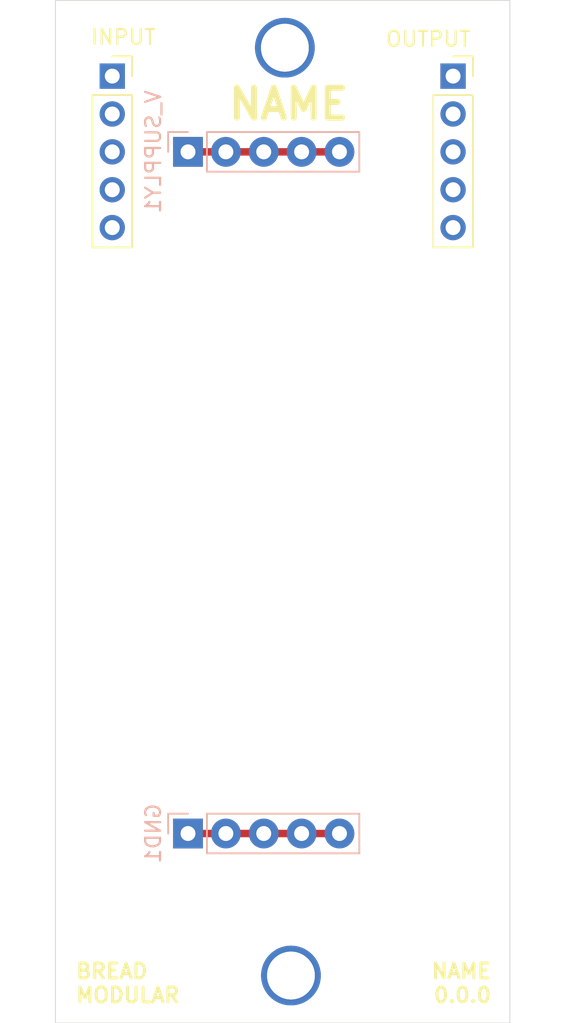
<source format=kicad_pcb>
(kicad_pcb (version 20240108) (generator "pcbnew") (generator_version "8.0")
  (layers (0 "F.Cu" signal) (31 "B.Cu" signal) (34 "B.Paste" user) (35 "F.Paste" user) (36 "B.SilkS" user "B.Silkscreen") (37 "F.SilkS" user "F.Silkscreen") (38 "B.Mask" user) (39 "F.Mask" user) (44 "Edge.Cuts" user))
  (net 0 "")
  (net 1 "GND")
  (net 12 "V_SUPPLY")
  (footprint "Connector_PinSocket_2.54mm:PinSocket_1x05_P2.54mm_Vertical" (layer "F.Cu") (at 50.8 45.72)
    (property "Reference" "INPUT1")
    (property "Value" "Conn_01x05_Socket")
    (fp_line (start -1.33 1.27) (end -1.33 11.49) (stroke (width 0.12)) (layer "F.SilkS"))
    (fp_line (start -1.33 1.27) (end 1.33 1.27) (stroke (width 0.12)) (layer "F.SilkS"))
    (fp_line (start -1.33 11.49) (end 1.33 11.49) (stroke (width 0.12)) (layer "F.SilkS"))
    (fp_line (start 0 -1.33) (end 1.33 -1.33) (stroke (width 0.12)) (layer "F.SilkS"))
    (fp_line (start 1.33 -1.33) (end 1.33 0) (stroke (width 0.12)) (layer "F.SilkS"))
    (fp_line (start 1.33 1.27) (end 1.33 11.49) (stroke (width 0.12)) (layer "F.SilkS"))
    (pad "1" thru_hole rect (at 0 0) (size 1.7 1.7) (drill 1) (layers "*.Cu" "*.Mask"))
    (pad "2" thru_hole oval (at 0 2.54) (size 1.7 1.7) (drill 1) (layers "*.Cu" "*.Mask"))
    (pad "3" thru_hole oval (at 0 5.08) (size 1.7 1.7) (drill 1) (layers "*.Cu" "*.Mask"))
    (pad "4" thru_hole oval (at 0 7.62) (size 1.7 1.7) (drill 1) (layers "*.Cu" "*.Mask"))
    (pad "5" thru_hole oval (at 0 10.16) (size 1.7 1.7) (drill 1) (layers "*.Cu" "*.Mask"))
  )
  (footprint "Connector_PinSocket_2.54mm:PinSocket_1x05_P2.54mm_Vertical" (layer "F.Cu") (at 73.66 45.72)
    (property "Reference" "OUTPUT1")
    (property "Value" "Conn_01x05_Socket")
    (fp_line (start -1.33 1.27) (end -1.33 11.49) (stroke (width 0.12)) (layer "F.SilkS"))
    (fp_line (start -1.33 1.27) (end 1.33 1.27) (stroke (width 0.12)) (layer "F.SilkS"))
    (fp_line (start -1.33 11.49) (end 1.33 11.49) (stroke (width 0.12)) (layer "F.SilkS"))
    (fp_line (start 0 -1.33) (end 1.33 -1.33) (stroke (width 0.12)) (layer "F.SilkS"))
    (fp_line (start 1.33 -1.33) (end 1.33 0) (stroke (width 0.12)) (layer "F.SilkS"))
    (fp_line (start 1.33 1.27) (end 1.33 11.49) (stroke (width 0.12)) (layer "F.SilkS"))
    (pad "1" thru_hole rect (at 0 0) (size 1.7 1.7) (drill 1) (layers "*.Cu" "*.Mask"))
    (pad "2" thru_hole oval (at 0 2.54) (size 1.7 1.7) (drill 1) (layers "*.Cu" "*.Mask"))
    (pad "3" thru_hole oval (at 0 5.08) (size 1.7 1.7) (drill 1) (layers "*.Cu" "*.Mask"))
    (pad "4" thru_hole oval (at 0 7.62) (size 1.7 1.7) (drill 1) (layers "*.Cu" "*.Mask"))
    (pad "5" thru_hole oval (at 0 10.16) (size 1.7 1.7) (drill 1) (layers "*.Cu" "*.Mask"))
  )
  (footprint "BreadModular_MISC:Power_Connector" (layer "B.Cu") (at 55.88 50.8 -90)
    (property "Reference" "V_SUPPLY1" (at 0 2.33 90) (layer "B.SilkS") (effects (justify mirror)))
    (property "Value" "Conn_01x05_Pin")
    (fp_line (start -1.33 1.33) (end -1.33 0) (stroke (width 0.12)) (layer "B.SilkS"))
    (fp_line (start 0 1.33) (end -1.33 1.33) (stroke (width 0.12)) (layer "B.SilkS"))
    (fp_line (start 1.33 -1.27) (end -1.33 -1.27) (stroke (width 0.12)) (layer "B.SilkS"))
    (fp_line (start -1.33 -11.49) (end -1.33 -1.27) (stroke (width 0.12)) (layer "B.SilkS"))
    (fp_line (start 1.33 -11.49) (end 1.33 -1.27) (stroke (width 0.12)) (layer "B.SilkS"))
    (fp_line (start 1.33 -11.49) (end -1.33 -11.49) (stroke (width 0.12)) (layer "B.SilkS"))
    (pad "1" thru_hole rect (at 0 0 270) (size 2 2) (drill 1) (layers "*.Cu" "*.Mask") (net 12 "V_SUPPLY"))
    (pad "2" thru_hole oval (at 0 -2.54 270) (size 2 2) (drill 1) (layers "*.Cu" "*.Mask") (net 12 "V_SUPPLY"))
    (pad "3" thru_hole oval (at 0 -5.08 270) (size 2 2) (drill 1) (layers "*.Cu" "*.Mask") (net 12 "V_SUPPLY"))
    (pad "4" thru_hole oval (at 0 -7.62 270) (size 2 2) (drill 1) (layers "*.Cu" "*.Mask") (net 12 "V_SUPPLY"))
    (pad "5" thru_hole oval (at 0 -10.16 270) (size 2 2) (drill 1) (layers "*.Cu" "*.Mask") (net 12 "V_SUPPLY"))
  )
  (footprint "BreadModular_MISC:Power_Connector" (layer "B.Cu") (at 55.88 96.52 -90)
    (property "Reference" "GND1" (at 0 2.33 90) (layer "B.SilkS") (effects (justify mirror)))
    (property "Value" "Conn_01x05_Pin")
    (fp_line (start -1.33 1.33) (end -1.33 0) (stroke (width 0.12)) (layer "B.SilkS"))
    (fp_line (start 0 1.33) (end -1.33 1.33) (stroke (width 0.12)) (layer "B.SilkS"))
    (fp_line (start 1.33 -1.27) (end -1.33 -1.27) (stroke (width 0.12)) (layer "B.SilkS"))
    (fp_line (start -1.33 -11.49) (end -1.33 -1.27) (stroke (width 0.12)) (layer "B.SilkS"))
    (fp_line (start 1.33 -11.49) (end 1.33 -1.27) (stroke (width 0.12)) (layer "B.SilkS"))
    (fp_line (start 1.33 -11.49) (end -1.33 -11.49) (stroke (width 0.12)) (layer "B.SilkS"))
    (pad "1" thru_hole rect (at 0 0 270) (size 2 2) (drill 1) (layers "*.Cu" "*.Mask") (net 1 "GND"))
    (pad "2" thru_hole oval (at 0 -2.54 270) (size 2 2) (drill 1) (layers "*.Cu" "*.Mask") (net 1 "GND"))
    (pad "3" thru_hole oval (at 0 -5.08 270) (size 2 2) (drill 1) (layers "*.Cu" "*.Mask") (net 1 "GND"))
    (pad "4" thru_hole oval (at 0 -7.62 270) (size 2 2) (drill 1) (layers "*.Cu" "*.Mask") (net 1 "GND"))
    (pad "5" thru_hole oval (at 0 -10.16 270) (size 2 2) (drill 1) (layers "*.Cu" "*.Mask") (net 1 "GND"))
  )
  (gr_line (start 46.99 109.22) (end 77.47 109.22) (stroke (width 0.05)) (layer "Edge.Cuts"))
  (gr_line (start 77.47 40.64) (end 46.99 40.64) (stroke (width 0.05)) (layer "Edge.Cuts"))
  (gr_line (start 46.99 40.64) (end 46.99 109.22) (stroke (width 0.05)) (layer "Edge.Cuts"))
  (gr_line (start 77.47 109.22) (end 77.47 40.64) (stroke (width 0.05)) (layer "Edge.Cuts"))
  (gr_text "INPUT" (at 49.276 43.688 0) (layer "F.SilkS") (effects (font (size 1 1)) (justify left bottom)))
  (gr_text "NAME\n0.0.0" (at 76.327 107.95 0) (layer "F.SilkS") (effects (font (size 1 1) (thickness 0.2) (bold yes)) (justify right bottom)))
  (gr_text "NAME" (at 58.42 48.768 0) (layer "F.SilkS") (effects (font (size 2 2) (thickness 0.4) (bold yes)) (justify left bottom)))
  (gr_text "OUTPUT" (at 74.93 43.815 0) (layer "F.SilkS") (effects (font (size 1 1)) (justify right bottom)))
  (gr_text "BREAD\nMODULAR" (at 48.26 107.95 0) (layer "F.SilkS") (effects (font (size 1 1) (thickness 0.2) (bold yes)) (justify left bottom)))
  (via (at 62.37758 43.815) (size 4) (drill 3.2) (layers "F.Cu" "B.Cu") (net 0))
  (via (at 62.784908 106.045) (size 4) (drill 3.2) (layers "F.Cu" "B.Cu") (net 0))
  (via (at 62.37758 43.815) (size 4) (drill 3.2) (layers "F.Cu" "B.Cu") (net 0))
  (via (at 62.784908 106.045) (size 4) (drill 3.2) (layers "F.Cu" "B.Cu") (net 0))
  (via (at 62.784908 106.045) (size 4) (drill 3.2) (layers "F.Cu" "B.Cu") (net 0))
  (via (at 62.784908 106.045) (size 4) (drill 3.2) (layers "F.Cu" "B.Cu") (net 0))
  (via (at 62.37758 43.815) (size 4) (drill 3.2) (layers "F.Cu" "B.Cu") (net 0))
  (via (at 62.37758 43.815) (size 4) (drill 3.2) (layers "F.Cu" "B.Cu") (net 0))
  (segment (start 55.88 96.52) (end 66.04 96.52) (width 0.5) (layer "F.Cu") (net 1))
  (segment (start 55.88 50.8) (end 66.04 50.8) (width 0.5) (layer "F.Cu") (net 12))
)
</source>
